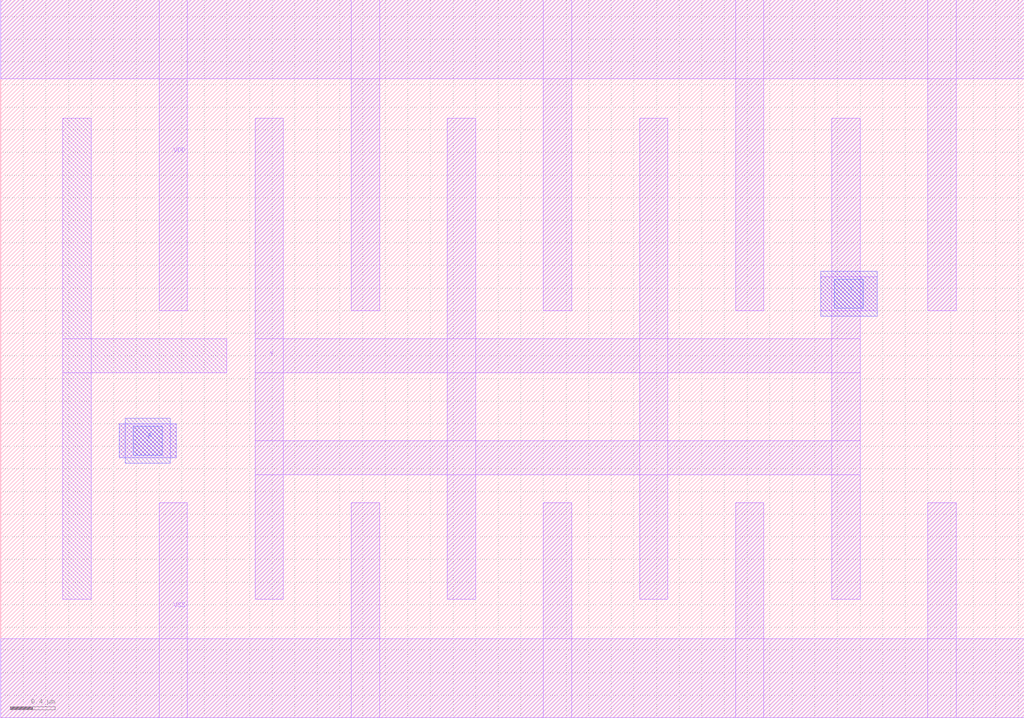
<source format=lef>
# Copyright 2022 Google LLC
# Licensed under the Apache License, Version 2.0 (the "License");
# you may not use this file except in compliance with the License.
# You may obtain a copy of the License at
#
#      http://www.apache.org/licenses/LICENSE-2.0
#
# Unless required by applicable law or agreed to in writing, software
# distributed under the License is distributed on an "AS IS" BASIS,
# WITHOUT WARRANTIES OR CONDITIONS OF ANY KIND, either express or implied.
# See the License for the specific language governing permissions and
# limitations under the License.
VERSION 5.7 ;
BUSBITCHARS "[]" ;
DIVIDERCHAR "/" ;

MACRO gf180mcu_osu_sc_gp9t3v3__clkbuf_8
  CLASS CORE ;
  ORIGIN 0 0 ;
  FOREIGN gf180mcu_osu_sc_gp9t3v3__clkbuf_8 0 0 ;
  SIZE 9.05 BY 6.35 ;
  SYMMETRY X Y ;
  SITE gf180mcu_osu_sc_gp9t3v3 ;
  PIN VDD
    DIRECTION INOUT ;
    USE POWER ;
    SHAPE ABUTMENT ;
    PORT
      LAYER Metal1 ;
        RECT 0 5.65 9.05 6.35 ;
        RECT 8.2 3.6 8.45 6.35 ;
        RECT 6.5 3.6 6.75 6.35 ;
        RECT 4.8 3.6 5.05 6.35 ;
        RECT 3.1 3.6 3.35 6.35 ;
        RECT 1.4 3.6 1.65 6.35 ;
    END
  END VDD
  PIN VSS
    DIRECTION INOUT ;
    USE GROUND ;
    SHAPE ABUTMENT ;
    PORT
      LAYER Metal1 ;
        RECT 0 0 9.05 0.7 ;
        RECT 8.2 0 8.45 1.9 ;
        RECT 6.5 0 6.75 1.9 ;
        RECT 4.8 0 5.05 1.9 ;
        RECT 3.1 0 3.35 1.9 ;
        RECT 1.4 0 1.65 1.9 ;
    END
  END VSS
  PIN A
    DIRECTION INPUT ;
    USE SIGNAL ;
    PORT
      LAYER Metal1 ;
        RECT 1.05 2.3 1.55 2.6 ;
      LAYER Metal2 ;
        RECT 1.05 2.3 1.55 2.6 ;
        RECT 1.1 2.25 1.5 2.65 ;
      LAYER Via1 ;
        RECT 1.17 2.32 1.43 2.58 ;
    END
  END A
  PIN Y
    DIRECTION OUTPUT ;
    USE SIGNAL ;
    PORT
      LAYER Metal1 ;
        RECT 7.25 3.6 7.75 3.9 ;
        RECT 7.35 1.05 7.6 5.3 ;
        RECT 2.25 3.05 7.6 3.35 ;
        RECT 2.25 2.15 7.6 2.45 ;
        RECT 5.65 1.05 5.9 5.3 ;
        RECT 3.95 1.05 4.2 5.3 ;
        RECT 2.25 1.05 2.5 5.3 ;
      LAYER Metal2 ;
        RECT 7.25 3.55 7.75 3.95 ;
      LAYER Via1 ;
        RECT 7.37 3.62 7.63 3.88 ;
    END
  END Y
  OBS
    LAYER Metal1 ;
      RECT 0.55 1.05 0.8 5.3 ;
      RECT 0.55 3.05 2 3.35 ;
  END
END gf180mcu_osu_sc_gp9t3v3__clkbuf_8

</source>
